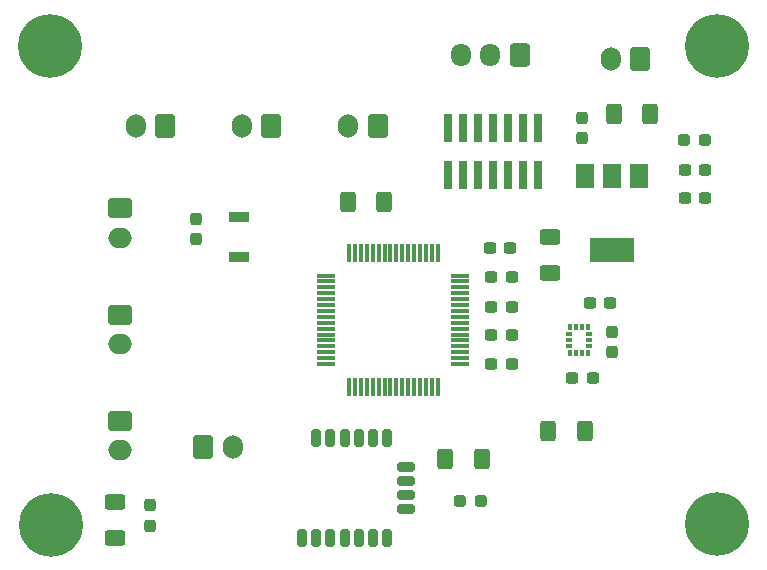
<source format=gbr>
%TF.GenerationSoftware,KiCad,Pcbnew,(7.0.0)*%
%TF.CreationDate,2023-10-25T22:20:09+02:00*%
%TF.ProjectId,ProjetA,50726f6a-6574-4412-9e6b-696361645f70,rev?*%
%TF.SameCoordinates,Original*%
%TF.FileFunction,Soldermask,Top*%
%TF.FilePolarity,Negative*%
%FSLAX46Y46*%
G04 Gerber Fmt 4.6, Leading zero omitted, Abs format (unit mm)*
G04 Created by KiCad (PCBNEW (7.0.0)) date 2023-10-25 22:20:09*
%MOMM*%
%LPD*%
G01*
G04 APERTURE LIST*
G04 Aperture macros list*
%AMRoundRect*
0 Rectangle with rounded corners*
0 $1 Rounding radius*
0 $2 $3 $4 $5 $6 $7 $8 $9 X,Y pos of 4 corners*
0 Add a 4 corners polygon primitive as box body*
4,1,4,$2,$3,$4,$5,$6,$7,$8,$9,$2,$3,0*
0 Add four circle primitives for the rounded corners*
1,1,$1+$1,$2,$3*
1,1,$1+$1,$4,$5*
1,1,$1+$1,$6,$7*
1,1,$1+$1,$8,$9*
0 Add four rect primitives between the rounded corners*
20,1,$1+$1,$2,$3,$4,$5,0*
20,1,$1+$1,$4,$5,$6,$7,0*
20,1,$1+$1,$6,$7,$8,$9,0*
20,1,$1+$1,$8,$9,$2,$3,0*%
G04 Aperture macros list end*
%ADD10RoundRect,0.250000X0.600000X0.750000X-0.600000X0.750000X-0.600000X-0.750000X0.600000X-0.750000X0*%
%ADD11O,1.700000X2.000000*%
%ADD12RoundRect,0.250000X0.400000X0.625000X-0.400000X0.625000X-0.400000X-0.625000X0.400000X-0.625000X0*%
%ADD13RoundRect,0.237500X-0.237500X0.300000X-0.237500X-0.300000X0.237500X-0.300000X0.237500X0.300000X0*%
%ADD14RoundRect,0.237500X-0.237500X0.287500X-0.237500X-0.287500X0.237500X-0.287500X0.237500X0.287500X0*%
%ADD15C,0.800000*%
%ADD16C,5.400000*%
%ADD17RoundRect,0.237500X-0.300000X-0.237500X0.300000X-0.237500X0.300000X0.237500X-0.300000X0.237500X0*%
%ADD18RoundRect,0.237500X-0.287500X-0.237500X0.287500X-0.237500X0.287500X0.237500X-0.287500X0.237500X0*%
%ADD19RoundRect,0.237500X0.300000X0.237500X-0.300000X0.237500X-0.300000X-0.237500X0.300000X-0.237500X0*%
%ADD20RoundRect,0.237500X0.237500X-0.300000X0.237500X0.300000X-0.237500X0.300000X-0.237500X-0.300000X0*%
%ADD21RoundRect,0.250000X-0.750000X0.600000X-0.750000X-0.600000X0.750000X-0.600000X0.750000X0.600000X0*%
%ADD22O,2.000000X1.700000*%
%ADD23RoundRect,0.075000X-0.700000X-0.075000X0.700000X-0.075000X0.700000X0.075000X-0.700000X0.075000X0*%
%ADD24RoundRect,0.075000X-0.075000X-0.700000X0.075000X-0.700000X0.075000X0.700000X-0.075000X0.700000X0*%
%ADD25RoundRect,0.087500X0.087500X-0.200000X0.087500X0.200000X-0.087500X0.200000X-0.087500X-0.200000X0*%
%ADD26RoundRect,0.087500X0.200000X-0.087500X0.200000X0.087500X-0.200000X0.087500X-0.200000X-0.087500X0*%
%ADD27R,0.740000X2.400000*%
%ADD28RoundRect,0.200000X0.200000X0.550000X-0.200000X0.550000X-0.200000X-0.550000X0.200000X-0.550000X0*%
%ADD29RoundRect,0.200000X0.550000X-0.200000X0.550000X0.200000X-0.550000X0.200000X-0.550000X-0.200000X0*%
%ADD30RoundRect,0.250000X-0.600000X-0.750000X0.600000X-0.750000X0.600000X0.750000X-0.600000X0.750000X0*%
%ADD31RoundRect,0.237500X0.287500X0.237500X-0.287500X0.237500X-0.287500X-0.237500X0.287500X-0.237500X0*%
%ADD32RoundRect,0.250000X-0.625000X0.400000X-0.625000X-0.400000X0.625000X-0.400000X0.625000X0.400000X0*%
%ADD33R,1.700000X0.900000*%
%ADD34RoundRect,0.250000X0.600000X0.725000X-0.600000X0.725000X-0.600000X-0.725000X0.600000X-0.725000X0*%
%ADD35O,1.700000X1.950000*%
%ADD36R,1.500000X2.000000*%
%ADD37R,3.800000X2.000000*%
G04 APERTURE END LIST*
D10*
%TO.C,J11*%
X105250000Y-58250000D03*
D11*
X102749999Y-58249999D03*
%TD*%
D12*
%TO.C,R1*%
X137325000Y-57300000D03*
X134225000Y-57300000D03*
%TD*%
D10*
%TO.C,J10*%
X96250000Y-58250000D03*
D11*
X93749999Y-58249999D03*
%TD*%
D13*
%TO.C,C3*%
X98900000Y-66137500D03*
X98900000Y-67862500D03*
%TD*%
D12*
%TO.C,R6*%
X123050000Y-86500000D03*
X119950000Y-86500000D03*
%TD*%
D14*
%TO.C,D2*%
X95000000Y-90400000D03*
X95000000Y-92150000D03*
%TD*%
D15*
%TO.C,H4*%
X84593109Y-92031891D03*
X85186218Y-90600000D03*
X85186218Y-93463782D03*
X86618109Y-90006891D03*
D16*
X86618109Y-92031891D03*
D15*
X86618109Y-94056891D03*
X88050000Y-90600000D03*
X88050000Y-93463782D03*
X88643109Y-92031891D03*
%TD*%
D17*
%TO.C,C9*%
X123737500Y-68600000D03*
X125462500Y-68600000D03*
%TD*%
D15*
%TO.C,H2*%
X140950000Y-51500000D03*
X141543109Y-50068109D03*
X141543109Y-52931891D03*
X142975000Y-49475000D03*
D16*
X142975000Y-51500000D03*
D15*
X142975000Y-53525000D03*
X144406891Y-50068109D03*
X144406891Y-52931891D03*
X145000000Y-51500000D03*
%TD*%
D10*
%TO.C,J12*%
X114250000Y-58250000D03*
D11*
X111749999Y-58249999D03*
%TD*%
D18*
%TO.C,D1*%
X140200000Y-59512500D03*
X141950000Y-59512500D03*
%TD*%
D17*
%TO.C,C11*%
X132200000Y-73300000D03*
X133925000Y-73300000D03*
%TD*%
D19*
%TO.C,C8*%
X125600000Y-71100000D03*
X123875000Y-71100000D03*
%TD*%
D20*
%TO.C,C12*%
X134125000Y-77425000D03*
X134125000Y-75700000D03*
%TD*%
D17*
%TO.C,C10*%
X130725000Y-79600000D03*
X132450000Y-79600000D03*
%TD*%
D15*
%TO.C,H1*%
X84493109Y-51481891D03*
X85086218Y-50050000D03*
X85086218Y-52913782D03*
X86518109Y-49456891D03*
D16*
X86518109Y-51481891D03*
D15*
X86518109Y-53506891D03*
X87950000Y-50050000D03*
X87950000Y-52913782D03*
X88543109Y-51481891D03*
%TD*%
D13*
%TO.C,C1*%
X131575000Y-57575000D03*
X131575000Y-59300000D03*
%TD*%
D21*
%TO.C,J9*%
X92450000Y-65250000D03*
D22*
X92449999Y-67749999D03*
%TD*%
D17*
%TO.C,C2*%
X140275000Y-62000000D03*
X142000000Y-62000000D03*
%TD*%
D19*
%TO.C,C4*%
X142000000Y-64400000D03*
X140275000Y-64400000D03*
%TD*%
D23*
%TO.C,U2*%
X109905000Y-70950000D03*
X109905000Y-71450000D03*
X109905000Y-71950000D03*
X109905000Y-72450000D03*
X109905000Y-72950000D03*
X109905000Y-73450000D03*
X109905000Y-73950000D03*
X109905000Y-74450000D03*
X109905000Y-74950000D03*
X109905000Y-75450000D03*
X109905000Y-75950000D03*
X109905000Y-76450000D03*
X109905000Y-76950000D03*
X109905000Y-77450000D03*
X109905000Y-77950000D03*
X109905000Y-78450000D03*
D24*
X111830000Y-80375000D03*
X112330000Y-80375000D03*
X112830000Y-80375000D03*
X113330000Y-80375000D03*
X113830000Y-80375000D03*
X114330000Y-80375000D03*
X114830000Y-80375000D03*
X115330000Y-80375000D03*
X115830000Y-80375000D03*
X116330000Y-80375000D03*
X116830000Y-80375000D03*
X117330000Y-80375000D03*
X117830000Y-80375000D03*
X118330000Y-80375000D03*
X118830000Y-80375000D03*
X119330000Y-80375000D03*
D23*
X121255000Y-78450000D03*
X121255000Y-77950000D03*
X121255000Y-77450000D03*
X121255000Y-76950000D03*
X121255000Y-76450000D03*
X121255000Y-75950000D03*
X121255000Y-75450000D03*
X121255000Y-74950000D03*
X121255000Y-74450000D03*
X121255000Y-73950000D03*
X121255000Y-73450000D03*
X121255000Y-72950000D03*
X121255000Y-72450000D03*
X121255000Y-71950000D03*
X121255000Y-71450000D03*
X121255000Y-70950000D03*
D24*
X119330000Y-69025000D03*
X118830000Y-69025000D03*
X118330000Y-69025000D03*
X117830000Y-69025000D03*
X117330000Y-69025000D03*
X116830000Y-69025000D03*
X116330000Y-69025000D03*
X115830000Y-69025000D03*
X115330000Y-69025000D03*
X114830000Y-69025000D03*
X114330000Y-69025000D03*
X113830000Y-69025000D03*
X113330000Y-69025000D03*
X112830000Y-69025000D03*
X112330000Y-69025000D03*
X111830000Y-69025000D03*
%TD*%
D25*
%TO.C,U4*%
X130525000Y-77500000D03*
X131025000Y-77500000D03*
X131525000Y-77500000D03*
X132025000Y-77500000D03*
D26*
X132125000Y-76900000D03*
X132125000Y-76400000D03*
X132125000Y-75900000D03*
D25*
X132025000Y-75300000D03*
X131525000Y-75300000D03*
X131025000Y-75300000D03*
X130525000Y-75300000D03*
D26*
X130425000Y-75900000D03*
X130425000Y-76400000D03*
X130425000Y-76900000D03*
%TD*%
D27*
%TO.C,J5*%
X127809999Y-58499999D03*
X127809999Y-62399999D03*
X126539999Y-58499999D03*
X126539999Y-62399999D03*
X125269999Y-58499999D03*
X125269999Y-62399999D03*
X123999999Y-58499999D03*
X123999999Y-62399999D03*
X122729999Y-58499999D03*
X122729999Y-62399999D03*
X121459999Y-58499999D03*
X121459999Y-62399999D03*
X120189999Y-58499999D03*
X120189999Y-62399999D03*
%TD*%
D12*
%TO.C,R2*%
X114800000Y-64700000D03*
X111700000Y-64700000D03*
%TD*%
D28*
%TO.C,U3*%
X107850000Y-93187500D03*
X109050000Y-93187500D03*
X110250000Y-93187500D03*
X111450000Y-93187500D03*
X112650000Y-93187500D03*
X113850000Y-93187500D03*
X115050000Y-93187500D03*
D29*
X116650000Y-90737500D03*
X116650000Y-89537500D03*
X116650000Y-88337500D03*
X116650000Y-87137500D03*
D28*
X115050000Y-84687500D03*
X113850000Y-84687500D03*
X112650000Y-84687500D03*
X111450000Y-84687500D03*
X110250000Y-84687500D03*
X109050000Y-84687500D03*
%TD*%
D10*
%TO.C,J4*%
X136500000Y-52600000D03*
D11*
X133999999Y-52599999D03*
%TD*%
D30*
%TO.C,J6*%
X99500000Y-85500000D03*
D11*
X101999999Y-85499999D03*
%TD*%
D21*
%TO.C,J7*%
X92450000Y-83250000D03*
D22*
X92449999Y-85749999D03*
%TD*%
D15*
%TO.C,H3*%
X140950000Y-91950000D03*
X141543109Y-90518109D03*
X141543109Y-93381891D03*
X142975000Y-89925000D03*
D16*
X142975000Y-91950000D03*
D15*
X142975000Y-93975000D03*
X144406891Y-90518109D03*
X144406891Y-93381891D03*
X145000000Y-91950000D03*
%TD*%
D31*
%TO.C,D3*%
X123000000Y-90000000D03*
X121250000Y-90000000D03*
%TD*%
D32*
%TO.C,R3*%
X92000000Y-90100000D03*
X92000000Y-93200000D03*
%TD*%
D12*
%TO.C,R5*%
X131800000Y-84100000D03*
X128700000Y-84100000D03*
%TD*%
D19*
%TO.C,C7*%
X125600000Y-73600000D03*
X123875000Y-73600000D03*
%TD*%
%TO.C,C6*%
X125600000Y-76000000D03*
X123875000Y-76000000D03*
%TD*%
D32*
%TO.C,R4*%
X128800000Y-67650000D03*
X128800000Y-70750000D03*
%TD*%
D33*
%TO.C,SW1*%
X102499999Y-69399999D03*
X102499999Y-65999999D03*
%TD*%
D34*
%TO.C,J2*%
X126300000Y-52300000D03*
D35*
X123799999Y-52299999D03*
X121299999Y-52299999D03*
%TD*%
D21*
%TO.C,J8*%
X92450000Y-74250000D03*
D22*
X92449999Y-76749999D03*
%TD*%
D36*
%TO.C,U1*%
X136374999Y-62499999D03*
X134074999Y-62499999D03*
D37*
X134074999Y-68799999D03*
D36*
X131774999Y-62499999D03*
%TD*%
D19*
%TO.C,C5*%
X125600000Y-78400000D03*
X123875000Y-78400000D03*
%TD*%
M02*

</source>
